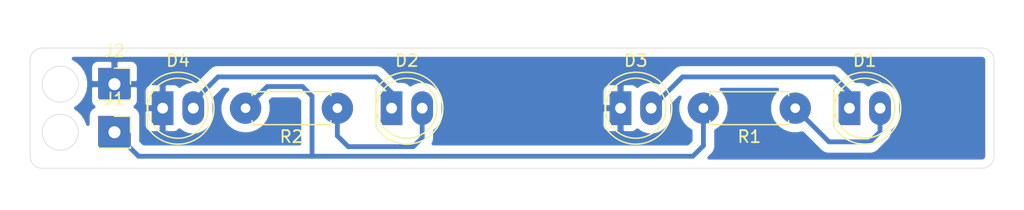
<source format=kicad_pcb>
(kicad_pcb (version 20171130) (host pcbnew 5.1.5-52549c5~84~ubuntu19.10.1)

  (general
    (thickness 1.6)
    (drawings 10)
    (tracks 27)
    (zones 0)
    (modules 8)
    (nets 7)
  )

  (page A4)
  (layers
    (0 F.Cu signal)
    (31 B.Cu signal)
    (32 B.Adhes user)
    (33 F.Adhes user)
    (34 B.Paste user)
    (35 F.Paste user)
    (36 B.SilkS user)
    (37 F.SilkS user)
    (38 B.Mask user)
    (39 F.Mask user)
    (40 Dwgs.User user)
    (41 Cmts.User user)
    (42 Eco1.User user)
    (43 Eco2.User user)
    (44 Edge.Cuts user)
    (45 Margin user)
    (46 B.CrtYd user)
    (47 F.CrtYd user)
    (48 B.Fab user)
    (49 F.Fab user)
  )

  (setup
    (last_trace_width 0.25)
    (user_trace_width 0.4)
    (trace_clearance 0.2)
    (zone_clearance 0.7)
    (zone_45_only no)
    (trace_min 0.2)
    (via_size 0.8)
    (via_drill 0.4)
    (via_min_size 0.4)
    (via_min_drill 0.3)
    (uvia_size 0.3)
    (uvia_drill 0.1)
    (uvias_allowed no)
    (uvia_min_size 0.2)
    (uvia_min_drill 0.1)
    (edge_width 0.05)
    (segment_width 0.2)
    (pcb_text_width 0.3)
    (pcb_text_size 1.5 1.5)
    (mod_edge_width 0.12)
    (mod_text_size 1 1)
    (mod_text_width 0.15)
    (pad_size 1.8 2.8)
    (pad_drill 0.9)
    (pad_to_mask_clearance 0.051)
    (solder_mask_min_width 0.25)
    (aux_axis_origin 0 0)
    (visible_elements FFFFFF7F)
    (pcbplotparams
      (layerselection 0x01000_ffffffff)
      (usegerberextensions false)
      (usegerberattributes false)
      (usegerberadvancedattributes false)
      (creategerberjobfile false)
      (excludeedgelayer true)
      (linewidth 0.100000)
      (plotframeref false)
      (viasonmask false)
      (mode 1)
      (useauxorigin false)
      (hpglpennumber 1)
      (hpglpenspeed 20)
      (hpglpendiameter 15.000000)
      (psnegative false)
      (psa4output false)
      (plotreference true)
      (plotvalue true)
      (plotinvisibletext false)
      (padsonsilk false)
      (subtractmaskfromsilk false)
      (outputformat 1)
      (mirror false)
      (drillshape 0)
      (scaleselection 1)
      (outputdirectory "./"))
  )

  (net 0 "")
  (net 1 "Net-(D1-Pad1)")
  (net 2 "Net-(D1-Pad2)")
  (net 3 "Net-(D2-Pad1)")
  (net 4 "Net-(D2-Pad2)")
  (net 5 GND)
  (net 6 +9V)

  (net_class Default "This is the default net class."
    (clearance 0.2)
    (trace_width 0.25)
    (via_dia 0.8)
    (via_drill 0.4)
    (uvia_dia 0.3)
    (uvia_drill 0.1)
    (add_net +9V)
    (add_net GND)
    (add_net "Net-(D1-Pad1)")
    (add_net "Net-(D1-Pad2)")
    (add_net "Net-(D2-Pad1)")
    (add_net "Net-(D2-Pad2)")
  )

  (module LED_THT:LED_D5.0mm_Clear (layer F.Cu) (tedit 5E383F1A) (tstamp 5E3878E9)
    (at 178 94)
    (descr "LED, diameter 5.0mm, 2 pins, http://cdn-reichelt.de/documents/datenblatt/A500/LL-504BC2E-009.pdf")
    (tags "LED diameter 5.0mm 2 pins")
    (path /5E382445)
    (fp_text reference D1 (at 1.27 -3.96) (layer F.SilkS)
      (effects (font (size 1 1) (thickness 0.15)))
    )
    (fp_text value LED (at 1.27 3.96) (layer F.Fab)
      (effects (font (size 1 1) (thickness 0.15)))
    )
    (fp_text user %R (at 1.25 0) (layer F.Fab)
      (effects (font (size 0.8 0.8) (thickness 0.2)))
    )
    (fp_line (start -1.23 -1.469694) (end -1.23 1.469694) (layer F.Fab) (width 0.1))
    (fp_line (start -1.29 -1.545) (end -1.29 1.545) (layer F.SilkS) (width 0.12))
    (fp_line (start -1.95 -3.25) (end -1.95 3.25) (layer F.CrtYd) (width 0.05))
    (fp_line (start -1.95 3.25) (end 4.5 3.25) (layer F.CrtYd) (width 0.05))
    (fp_line (start 4.5 3.25) (end 4.5 -3.25) (layer F.CrtYd) (width 0.05))
    (fp_line (start 4.5 -3.25) (end -1.95 -3.25) (layer F.CrtYd) (width 0.05))
    (fp_circle (center 1.27 0) (end 3.77 0) (layer F.Fab) (width 0.1))
    (fp_circle (center 1.27 0) (end 3.77 0) (layer F.SilkS) (width 0.12))
    (fp_arc (start 1.27 0) (end -1.23 -1.469694) (angle 299.1) (layer F.Fab) (width 0.1))
    (fp_arc (start 1.27 0) (end -1.29 -1.54483) (angle 148.9) (layer F.SilkS) (width 0.12))
    (fp_arc (start 1.27 0) (end -1.29 1.54483) (angle -148.9) (layer F.SilkS) (width 0.12))
    (pad 1 thru_hole rect (at 0 0) (size 1.8 2.8) (drill 0.9) (layers *.Cu *.Mask)
      (net 1 "Net-(D1-Pad1)"))
    (pad 2 thru_hole oval (at 2.54 0) (size 1.8 2.8) (drill 0.9) (layers *.Cu *.Mask)
      (net 2 "Net-(D1-Pad2)"))
    (model ${KISYS3DMOD}/LED_THT.3dshapes/LED_D5.0mm_Clear.wrl
      (at (xyz 0 0 0))
      (scale (xyz 1 1 1))
      (rotate (xyz 0 0 0))
    )
  )

  (module LED_THT:LED_D5.0mm_Clear (layer F.Cu) (tedit 5E383EF1) (tstamp 5E387E08)
    (at 140 94)
    (descr "LED, diameter 5.0mm, 2 pins, http://cdn-reichelt.de/documents/datenblatt/A500/LL-504BC2E-009.pdf")
    (tags "LED diameter 5.0mm 2 pins")
    (path /5E388007)
    (fp_text reference D2 (at 1.27 -3.96) (layer F.SilkS)
      (effects (font (size 1 1) (thickness 0.15)))
    )
    (fp_text value LED (at 1.27 3.96) (layer F.Fab)
      (effects (font (size 1 1) (thickness 0.15)))
    )
    (fp_text user %R (at 1.25 0) (layer F.Fab)
      (effects (font (size 0.8 0.8) (thickness 0.2)))
    )
    (fp_line (start -1.23 -1.469694) (end -1.23 1.469694) (layer F.Fab) (width 0.1))
    (fp_line (start -1.29 -1.545) (end -1.29 1.545) (layer F.SilkS) (width 0.12))
    (fp_line (start -1.95 -3.25) (end -1.95 3.25) (layer F.CrtYd) (width 0.05))
    (fp_line (start -1.95 3.25) (end 4.5 3.25) (layer F.CrtYd) (width 0.05))
    (fp_line (start 4.5 3.25) (end 4.5 -3.25) (layer F.CrtYd) (width 0.05))
    (fp_line (start 4.5 -3.25) (end -1.95 -3.25) (layer F.CrtYd) (width 0.05))
    (fp_circle (center 1.27 0) (end 3.77 0) (layer F.Fab) (width 0.1))
    (fp_circle (center 1.27 0) (end 3.77 0) (layer F.SilkS) (width 0.12))
    (fp_arc (start 1.27 0) (end -1.23 -1.469694) (angle 299.1) (layer F.Fab) (width 0.1))
    (fp_arc (start 1.27 0) (end -1.29 -1.54483) (angle 148.9) (layer F.SilkS) (width 0.12))
    (fp_arc (start 1.27 0) (end -1.29 1.54483) (angle -148.9) (layer F.SilkS) (width 0.12))
    (pad 1 thru_hole rect (at 0 0) (size 1.8 2.8) (drill 0.9) (layers *.Cu *.Mask)
      (net 3 "Net-(D2-Pad1)"))
    (pad 2 thru_hole oval (at 2.54 0) (size 1.8 2.8) (drill 0.9) (layers *.Cu *.Mask)
      (net 4 "Net-(D2-Pad2)"))
    (model ${KISYS3DMOD}/LED_THT.3dshapes/LED_D5.0mm_Clear.wrl
      (at (xyz 0 0 0))
      (scale (xyz 1 1 1))
      (rotate (xyz 0 0 0))
    )
  )

  (module LED_THT:LED_D5.0mm_Clear (layer F.Cu) (tedit 5E383EFC) (tstamp 5E38790D)
    (at 159 94)
    (descr "LED, diameter 5.0mm, 2 pins, http://cdn-reichelt.de/documents/datenblatt/A500/LL-504BC2E-009.pdf")
    (tags "LED diameter 5.0mm 2 pins")
    (path /5E38293C)
    (fp_text reference D3 (at 1.27 -3.96) (layer F.SilkS)
      (effects (font (size 1 1) (thickness 0.15)))
    )
    (fp_text value LED (at 1.27 3.96) (layer F.Fab)
      (effects (font (size 1 1) (thickness 0.15)))
    )
    (fp_arc (start 1.27 0) (end -1.29 1.54483) (angle -148.9) (layer F.SilkS) (width 0.12))
    (fp_arc (start 1.27 0) (end -1.29 -1.54483) (angle 148.9) (layer F.SilkS) (width 0.12))
    (fp_arc (start 1.27 0) (end -1.23 -1.469694) (angle 299.1) (layer F.Fab) (width 0.1))
    (fp_circle (center 1.27 0) (end 3.77 0) (layer F.SilkS) (width 0.12))
    (fp_circle (center 1.27 0) (end 3.77 0) (layer F.Fab) (width 0.1))
    (fp_line (start 4.5 -3.25) (end -1.95 -3.25) (layer F.CrtYd) (width 0.05))
    (fp_line (start 4.5 3.25) (end 4.5 -3.25) (layer F.CrtYd) (width 0.05))
    (fp_line (start -1.95 3.25) (end 4.5 3.25) (layer F.CrtYd) (width 0.05))
    (fp_line (start -1.95 -3.25) (end -1.95 3.25) (layer F.CrtYd) (width 0.05))
    (fp_line (start -1.29 -1.545) (end -1.29 1.545) (layer F.SilkS) (width 0.12))
    (fp_line (start -1.23 -1.469694) (end -1.23 1.469694) (layer F.Fab) (width 0.1))
    (fp_text user %R (at 1.25 0) (layer F.Fab)
      (effects (font (size 0.8 0.8) (thickness 0.2)))
    )
    (pad 2 thru_hole oval (at 2.54 0) (size 1.8 2.8) (drill 0.9) (layers *.Cu *.Mask)
      (net 1 "Net-(D1-Pad1)"))
    (pad 1 thru_hole rect (at 0 0) (size 1.8 2.8) (drill 0.9) (layers *.Cu *.Mask)
      (net 5 GND))
    (model ${KISYS3DMOD}/LED_THT.3dshapes/LED_D5.0mm_Clear.wrl
      (at (xyz 0 0 0))
      (scale (xyz 1 1 1))
      (rotate (xyz 0 0 0))
    )
  )

  (module LED_THT:LED_D5.0mm_Clear (layer F.Cu) (tedit 5E383ED0) (tstamp 5E38791F)
    (at 121 94)
    (descr "LED, diameter 5.0mm, 2 pins, http://cdn-reichelt.de/documents/datenblatt/A500/LL-504BC2E-009.pdf")
    (tags "LED diameter 5.0mm 2 pins")
    (path /5E388011)
    (fp_text reference D4 (at 1.27 -3.96) (layer F.SilkS)
      (effects (font (size 1 1) (thickness 0.15)))
    )
    (fp_text value LED (at 1.27 3.96) (layer F.Fab)
      (effects (font (size 1 1) (thickness 0.15)))
    )
    (fp_arc (start 1.27 0) (end -1.29 1.54483) (angle -148.9) (layer F.SilkS) (width 0.12))
    (fp_arc (start 1.27 0) (end -1.29 -1.54483) (angle 148.9) (layer F.SilkS) (width 0.12))
    (fp_arc (start 1.27 0) (end -1.23 -1.469694) (angle 299.1) (layer F.Fab) (width 0.1))
    (fp_circle (center 1.27 0) (end 3.77 0) (layer F.SilkS) (width 0.12))
    (fp_circle (center 1.27 0) (end 3.77 0) (layer F.Fab) (width 0.1))
    (fp_line (start 4.5 -3.25) (end -1.95 -3.25) (layer F.CrtYd) (width 0.05))
    (fp_line (start 4.5 3.25) (end 4.5 -3.25) (layer F.CrtYd) (width 0.05))
    (fp_line (start -1.95 3.25) (end 4.5 3.25) (layer F.CrtYd) (width 0.05))
    (fp_line (start -1.95 -3.25) (end -1.95 3.25) (layer F.CrtYd) (width 0.05))
    (fp_line (start -1.29 -1.545) (end -1.29 1.545) (layer F.SilkS) (width 0.12))
    (fp_line (start -1.23 -1.469694) (end -1.23 1.469694) (layer F.Fab) (width 0.1))
    (fp_text user %R (at 1.25 0) (layer F.Fab)
      (effects (font (size 0.8 0.8) (thickness 0.2)))
    )
    (pad 2 thru_hole oval (at 2.54 0) (size 1.8 2.8) (drill 0.9) (layers *.Cu *.Mask)
      (net 3 "Net-(D2-Pad1)"))
    (pad 1 thru_hole rect (at 0 0) (size 1.8 2.8) (drill 0.9) (layers *.Cu *.Mask)
      (net 5 GND))
    (model ${KISYS3DMOD}/LED_THT.3dshapes/LED_D5.0mm_Clear.wrl
      (at (xyz 0 0 0))
      (scale (xyz 1 1 1))
      (rotate (xyz 0 0 0))
    )
  )

  (module Connector_PinSocket_2.54mm:PinSocket_1x01_P2.54mm_Vertical (layer F.Cu) (tedit 5E383EAC) (tstamp 5E387BDC)
    (at 117 96)
    (descr "Through hole straight socket strip, 1x01, 2.54mm pitch, single row (from Kicad 4.0.7), script generated")
    (tags "Through hole socket strip THT 1x01 2.54mm single row")
    (path /5E38CE9E)
    (fp_text reference J1 (at 0 -2.77) (layer F.SilkS)
      (effects (font (size 1 1) (thickness 0.15)))
    )
    (fp_text value Conn_01x01_Male (at 0 2.77) (layer F.Fab)
      (effects (font (size 1 1) (thickness 0.15)))
    )
    (fp_line (start -1.27 -1.27) (end 0.635 -1.27) (layer F.Fab) (width 0.1))
    (fp_line (start 0.635 -1.27) (end 1.27 -0.635) (layer F.Fab) (width 0.1))
    (fp_line (start 1.27 -0.635) (end 1.27 1.27) (layer F.Fab) (width 0.1))
    (fp_line (start 1.27 1.27) (end -1.27 1.27) (layer F.Fab) (width 0.1))
    (fp_line (start -1.27 1.27) (end -1.27 -1.27) (layer F.Fab) (width 0.1))
    (fp_line (start -1.33 1.33) (end 1.33 1.33) (layer F.SilkS) (width 0.12))
    (fp_line (start -1.33 1.21) (end -1.33 1.33) (layer F.SilkS) (width 0.12))
    (fp_line (start 1.33 1.21) (end 1.33 1.33) (layer F.SilkS) (width 0.12))
    (fp_line (start 1.33 -1.33) (end 1.33 0) (layer F.SilkS) (width 0.12))
    (fp_line (start 0 -1.33) (end 1.33 -1.33) (layer F.SilkS) (width 0.12))
    (fp_line (start -1.8 -1.8) (end 1.75 -1.8) (layer F.CrtYd) (width 0.05))
    (fp_line (start 1.75 -1.8) (end 1.75 1.75) (layer F.CrtYd) (width 0.05))
    (fp_line (start 1.75 1.75) (end -1.8 1.75) (layer F.CrtYd) (width 0.05))
    (fp_line (start -1.8 1.75) (end -1.8 -1.8) (layer F.CrtYd) (width 0.05))
    (fp_text user %R (at 0 0) (layer F.Fab)
      (effects (font (size 1 1) (thickness 0.15)))
    )
    (pad 1 thru_hole rect (at 0 0) (size 2.7 2.7) (drill 1) (layers *.Cu *.Mask)
      (net 6 +9V))
    (model ${KISYS3DMOD}/Connector_PinSocket_2.54mm.3dshapes/PinSocket_1x01_P2.54mm_Vertical.wrl
      (at (xyz 0 0 0))
      (scale (xyz 1 1 1))
      (rotate (xyz 0 0 0))
    )
  )

  (module Connector_PinSocket_2.54mm:PinSocket_1x01_P2.54mm_Vertical (layer F.Cu) (tedit 5E383EA1) (tstamp 5E387CE7)
    (at 117 92)
    (descr "Through hole straight socket strip, 1x01, 2.54mm pitch, single row (from Kicad 4.0.7), script generated")
    (tags "Through hole socket strip THT 1x01 2.54mm single row")
    (path /5E38E03D)
    (fp_text reference J2 (at 0 -2.77) (layer F.SilkS)
      (effects (font (size 1 1) (thickness 0.15)))
    )
    (fp_text value Conn_01x01_Male (at 0 2.77) (layer F.Fab)
      (effects (font (size 1 1) (thickness 0.15)))
    )
    (fp_text user %R (at 0 0 90) (layer F.Fab)
      (effects (font (size 1 1) (thickness 0.15)))
    )
    (fp_line (start -1.8 1.75) (end -1.8 -1.8) (layer F.CrtYd) (width 0.05))
    (fp_line (start 1.75 1.75) (end -1.8 1.75) (layer F.CrtYd) (width 0.05))
    (fp_line (start 1.75 -1.8) (end 1.75 1.75) (layer F.CrtYd) (width 0.05))
    (fp_line (start -1.8 -1.8) (end 1.75 -1.8) (layer F.CrtYd) (width 0.05))
    (fp_line (start 0 -1.33) (end 1.33 -1.33) (layer F.SilkS) (width 0.12))
    (fp_line (start 1.33 -1.33) (end 1.33 0) (layer F.SilkS) (width 0.12))
    (fp_line (start 1.33 1.21) (end 1.33 1.33) (layer F.SilkS) (width 0.12))
    (fp_line (start -1.33 1.21) (end -1.33 1.33) (layer F.SilkS) (width 0.12))
    (fp_line (start -1.33 1.33) (end 1.33 1.33) (layer F.SilkS) (width 0.12))
    (fp_line (start -1.27 1.27) (end -1.27 -1.27) (layer F.Fab) (width 0.1))
    (fp_line (start 1.27 1.27) (end -1.27 1.27) (layer F.Fab) (width 0.1))
    (fp_line (start 1.27 -0.635) (end 1.27 1.27) (layer F.Fab) (width 0.1))
    (fp_line (start 0.635 -1.27) (end 1.27 -0.635) (layer F.Fab) (width 0.1))
    (fp_line (start -1.27 -1.27) (end 0.635 -1.27) (layer F.Fab) (width 0.1))
    (pad 1 thru_hole rect (at 0 0) (size 2.7 2.7) (drill 1) (layers *.Cu *.Mask)
      (net 5 GND))
    (model ${KISYS3DMOD}/Connector_PinSocket_2.54mm.3dshapes/PinSocket_1x01_P2.54mm_Vertical.wrl
      (at (xyz 0 0 0))
      (scale (xyz 1 1 1))
      (rotate (xyz 0 0 0))
    )
  )

  (module Resistor_THT:R_Axial_DIN0207_L6.3mm_D2.5mm_P7.62mm_Horizontal (layer F.Cu) (tedit 5E383F0C) (tstamp 5E38795E)
    (at 173.5 94 180)
    (descr "Resistor, Axial_DIN0207 series, Axial, Horizontal, pin pitch=7.62mm, 0.25W = 1/4W, length*diameter=6.3*2.5mm^2, http://cdn-reichelt.de/documents/datenblatt/B400/1_4W%23YAG.pdf")
    (tags "Resistor Axial_DIN0207 series Axial Horizontal pin pitch 7.62mm 0.25W = 1/4W length 6.3mm diameter 2.5mm")
    (path /5E382291)
    (fp_text reference R1 (at 3.81 -2.37) (layer F.SilkS)
      (effects (font (size 1 1) (thickness 0.15)))
    )
    (fp_text value 1k (at 3.81 2.37) (layer F.Fab)
      (effects (font (size 1 1) (thickness 0.15)))
    )
    (fp_line (start 0.66 -1.25) (end 0.66 1.25) (layer F.Fab) (width 0.1))
    (fp_line (start 0.66 1.25) (end 6.96 1.25) (layer F.Fab) (width 0.1))
    (fp_line (start 6.96 1.25) (end 6.96 -1.25) (layer F.Fab) (width 0.1))
    (fp_line (start 6.96 -1.25) (end 0.66 -1.25) (layer F.Fab) (width 0.1))
    (fp_line (start 0 0) (end 0.66 0) (layer F.Fab) (width 0.1))
    (fp_line (start 7.62 0) (end 6.96 0) (layer F.Fab) (width 0.1))
    (fp_line (start 0.54 -1.04) (end 0.54 -1.37) (layer F.SilkS) (width 0.12))
    (fp_line (start 0.54 -1.37) (end 7.08 -1.37) (layer F.SilkS) (width 0.12))
    (fp_line (start 7.08 -1.37) (end 7.08 -1.04) (layer F.SilkS) (width 0.12))
    (fp_line (start 0.54 1.04) (end 0.54 1.37) (layer F.SilkS) (width 0.12))
    (fp_line (start 0.54 1.37) (end 7.08 1.37) (layer F.SilkS) (width 0.12))
    (fp_line (start 7.08 1.37) (end 7.08 1.04) (layer F.SilkS) (width 0.12))
    (fp_line (start -1.05 -1.5) (end -1.05 1.5) (layer F.CrtYd) (width 0.05))
    (fp_line (start -1.05 1.5) (end 8.67 1.5) (layer F.CrtYd) (width 0.05))
    (fp_line (start 8.67 1.5) (end 8.67 -1.5) (layer F.CrtYd) (width 0.05))
    (fp_line (start 8.67 -1.5) (end -1.05 -1.5) (layer F.CrtYd) (width 0.05))
    (fp_text user %R (at 3.81 0) (layer F.Fab)
      (effects (font (size 1 1) (thickness 0.15)))
    )
    (pad 1 thru_hole circle (at 0 0 180) (size 2.6 2.6) (drill 0.8) (layers *.Cu *.Mask)
      (net 2 "Net-(D1-Pad2)"))
    (pad 2 thru_hole circle (at 7.62 0 180) (size 2.6 2.6) (drill 0.8) (layers *.Cu *.Mask)
      (net 6 +9V))
    (model ${KISYS3DMOD}/Resistor_THT.3dshapes/R_Axial_DIN0207_L6.3mm_D2.5mm_P7.62mm_Horizontal.wrl
      (at (xyz 0 0 0))
      (scale (xyz 1 1 1))
      (rotate (xyz 0 0 0))
    )
  )

  (module Resistor_THT:R_Axial_DIN0207_L6.3mm_D2.5mm_P7.62mm_Horizontal (layer F.Cu) (tedit 5E383EDF) (tstamp 5E387975)
    (at 135.5 94 180)
    (descr "Resistor, Axial_DIN0207 series, Axial, Horizontal, pin pitch=7.62mm, 0.25W = 1/4W, length*diameter=6.3*2.5mm^2, http://cdn-reichelt.de/documents/datenblatt/B400/1_4W%23YAG.pdf")
    (tags "Resistor Axial_DIN0207 series Axial Horizontal pin pitch 7.62mm 0.25W = 1/4W length 6.3mm diameter 2.5mm")
    (path /5E387FFD)
    (fp_text reference R2 (at 3.81 -2.37) (layer F.SilkS)
      (effects (font (size 1 1) (thickness 0.15)))
    )
    (fp_text value 1k (at 3.81 2.37) (layer F.Fab)
      (effects (font (size 1 1) (thickness 0.15)))
    )
    (fp_text user %R (at 3.81 0) (layer F.Fab)
      (effects (font (size 1 1) (thickness 0.15)))
    )
    (fp_line (start 8.67 -1.5) (end -1.05 -1.5) (layer F.CrtYd) (width 0.05))
    (fp_line (start 8.67 1.5) (end 8.67 -1.5) (layer F.CrtYd) (width 0.05))
    (fp_line (start -1.05 1.5) (end 8.67 1.5) (layer F.CrtYd) (width 0.05))
    (fp_line (start -1.05 -1.5) (end -1.05 1.5) (layer F.CrtYd) (width 0.05))
    (fp_line (start 7.08 1.37) (end 7.08 1.04) (layer F.SilkS) (width 0.12))
    (fp_line (start 0.54 1.37) (end 7.08 1.37) (layer F.SilkS) (width 0.12))
    (fp_line (start 0.54 1.04) (end 0.54 1.37) (layer F.SilkS) (width 0.12))
    (fp_line (start 7.08 -1.37) (end 7.08 -1.04) (layer F.SilkS) (width 0.12))
    (fp_line (start 0.54 -1.37) (end 7.08 -1.37) (layer F.SilkS) (width 0.12))
    (fp_line (start 0.54 -1.04) (end 0.54 -1.37) (layer F.SilkS) (width 0.12))
    (fp_line (start 7.62 0) (end 6.96 0) (layer F.Fab) (width 0.1))
    (fp_line (start 0 0) (end 0.66 0) (layer F.Fab) (width 0.1))
    (fp_line (start 6.96 -1.25) (end 0.66 -1.25) (layer F.Fab) (width 0.1))
    (fp_line (start 6.96 1.25) (end 6.96 -1.25) (layer F.Fab) (width 0.1))
    (fp_line (start 0.66 1.25) (end 6.96 1.25) (layer F.Fab) (width 0.1))
    (fp_line (start 0.66 -1.25) (end 0.66 1.25) (layer F.Fab) (width 0.1))
    (pad 2 thru_hole circle (at 7.62 0 180) (size 2.6 2.6) (drill 0.8) (layers *.Cu *.Mask)
      (net 6 +9V))
    (pad 1 thru_hole circle (at 0 0 180) (size 2.6 2.6) (drill 0.8) (layers *.Cu *.Mask)
      (net 4 "Net-(D2-Pad2)"))
    (model ${KISYS3DMOD}/Resistor_THT.3dshapes/R_Axial_DIN0207_L6.3mm_D2.5mm_P7.62mm_Horizontal.wrl
      (at (xyz 0 0 0))
      (scale (xyz 1 1 1))
      (rotate (xyz 0 0 0))
    )
  )

  (gr_circle (center 112.5 96) (end 112.5 94.5) (layer Edge.Cuts) (width 0.05))
  (gr_circle (center 112.5 92) (end 112.5 90.5) (layer Edge.Cuts) (width 0.05))
  (gr_line (start 110 90) (end 110 98) (layer Edge.Cuts) (width 0.05) (tstamp 5E387B61))
  (gr_line (start 189 89) (end 111 89) (layer Edge.Cuts) (width 0.05) (tstamp 5E387B60))
  (gr_line (start 190 98) (end 190 90) (layer Edge.Cuts) (width 0.05) (tstamp 5E387B5F))
  (gr_line (start 111 99) (end 189 99) (layer Edge.Cuts) (width 0.05) (tstamp 5E387B5E))
  (gr_arc (start 189 90) (end 190 90) (angle -90) (layer Edge.Cuts) (width 0.05))
  (gr_arc (start 189 98) (end 189 99) (angle -90) (layer Edge.Cuts) (width 0.05))
  (gr_arc (start 111 98) (end 110 98) (angle -90) (layer Edge.Cuts) (width 0.05))
  (gr_arc (start 111 90) (end 111 89) (angle -90) (layer Edge.Cuts) (width 0.05))

  (segment (start 178 92.7) (end 178 94) (width 0.4) (layer B.Cu) (net 1))
  (segment (start 176.7 91.4) (end 178 92.7) (width 0.4) (layer B.Cu) (net 1))
  (segment (start 161.54 94) (end 164.14 91.4) (width 0.4) (layer B.Cu) (net 1))
  (segment (start 164.14 91.4) (end 176.7 91.4) (width 0.4) (layer B.Cu) (net 1))
  (segment (start 176.3 96.8) (end 173.5 94) (width 0.4) (layer B.Cu) (net 2))
  (segment (start 179.7 96.8) (end 176.3 96.8) (width 0.4) (layer B.Cu) (net 2))
  (segment (start 180.54 94) (end 180.54 95.96) (width 0.4) (layer B.Cu) (net 2))
  (segment (start 180.54 95.96) (end 179.7 96.8) (width 0.4) (layer B.Cu) (net 2))
  (segment (start 140 92.7) (end 140 94) (width 0.4) (layer B.Cu) (net 3))
  (segment (start 123.54 94) (end 123.54 93.46) (width 0.4) (layer B.Cu) (net 3))
  (segment (start 138.7 91.4) (end 140 92.7) (width 0.4) (layer B.Cu) (net 3))
  (segment (start 125.6 91.4) (end 138.7 91.4) (width 0.4) (layer B.Cu) (net 3))
  (segment (start 123.54 93.46) (end 125.6 91.4) (width 0.4) (layer B.Cu) (net 3))
  (segment (start 142.54 96.46) (end 142.54 94) (width 0.4) (layer B.Cu) (net 4))
  (segment (start 141.8 97.2) (end 142.54 96.46) (width 0.4) (layer B.Cu) (net 4))
  (segment (start 136.4 97.2) (end 141.8 97.2) (width 0.4) (layer B.Cu) (net 4))
  (segment (start 135.5 94) (end 135.5 96.3) (width 0.4) (layer B.Cu) (net 4))
  (segment (start 135.5 96.3) (end 136.4 97.2) (width 0.4) (layer B.Cu) (net 4))
  (segment (start 117 96) (end 119 98) (width 0.4) (layer B.Cu) (net 6))
  (segment (start 165.88 97.12) (end 165.88 94) (width 0.4) (layer B.Cu) (net 6))
  (segment (start 119 98) (end 165 98) (width 0.4) (layer B.Cu) (net 6))
  (segment (start 165 98) (end 165.88 97.12) (width 0.4) (layer B.Cu) (net 6))
  (segment (start 133.4 98) (end 133.2 98) (width 0.4) (layer B.Cu) (net 6))
  (segment (start 127.88 94) (end 129.68 92.2) (width 0.4) (layer B.Cu) (net 6))
  (segment (start 133.4 93) (end 133.4 98) (width 0.4) (layer B.Cu) (net 6))
  (segment (start 132.6 92.2) (end 133.4 93) (width 0.4) (layer B.Cu) (net 6))
  (segment (start 129.68 92.2) (end 132.6 92.2) (width 0.4) (layer B.Cu) (net 6))

  (zone (net 5) (net_name GND) (layer B.Cu) (tstamp 5E3BED37) (hatch edge 0.508)
    (connect_pads (clearance 0.7))
    (min_thickness 0.3)
    (fill yes (arc_segments 32) (thermal_gap 0.508) (thermal_bridge_width 0.508))
    (polygon
      (pts
        (xy 192.5 102.5) (xy 107.5 102.5) (xy 107.5 85) (xy 192.5 85)
      )
    )
    (filled_polygon
      (pts
        (xy 189.023463 89.881497) (xy 189.046035 89.888312) (xy 189.066854 89.899381) (xy 189.085123 89.914282) (xy 189.100151 89.932447)
        (xy 189.111363 89.953183) (xy 189.118337 89.975713) (xy 189.125001 90.039111) (xy 189.125 97.957204) (xy 189.118503 98.023462)
        (xy 189.111688 98.046037) (xy 189.100619 98.066853) (xy 189.08572 98.085122) (xy 189.067552 98.100152) (xy 189.046817 98.111363)
        (xy 189.024287 98.118337) (xy 188.960898 98.125) (xy 166.359924 98.125) (xy 166.585991 97.898933) (xy 166.626054 97.866054)
        (xy 166.691613 97.786171) (xy 166.757267 97.706171) (xy 166.854767 97.523762) (xy 166.86355 97.494807) (xy 166.914807 97.325836)
        (xy 166.93 97.171578) (xy 166.93 97.171568) (xy 166.935079 97.12) (xy 166.93 97.068432) (xy 166.93 95.884195)
        (xy 167.250545 95.670014) (xy 167.550014 95.370545) (xy 167.785305 95.018407) (xy 167.947377 94.627132) (xy 168.03 94.211757)
        (xy 168.03 93.788243) (xy 167.947377 93.372868) (xy 167.785305 92.981593) (xy 167.550014 92.629455) (xy 167.370559 92.45)
        (xy 172.009441 92.45) (xy 171.829986 92.629455) (xy 171.594695 92.981593) (xy 171.432623 93.372868) (xy 171.35 93.788243)
        (xy 171.35 94.211757) (xy 171.432623 94.627132) (xy 171.594695 95.018407) (xy 171.829986 95.370545) (xy 172.129455 95.670014)
        (xy 172.481593 95.905305) (xy 172.872868 96.067377) (xy 173.288243 96.15) (xy 173.711757 96.15) (xy 174.089866 96.07479)
        (xy 175.521067 97.505991) (xy 175.553946 97.546054) (xy 175.594009 97.578933) (xy 175.608484 97.590812) (xy 175.713829 97.677267)
        (xy 175.896238 97.774767) (xy 176.094164 97.834807) (xy 176.248422 97.85) (xy 176.248432 97.85) (xy 176.3 97.855079)
        (xy 176.351568 97.85) (xy 179.648432 97.85) (xy 179.7 97.855079) (xy 179.751568 97.85) (xy 179.751578 97.85)
        (xy 179.905836 97.834807) (xy 180.103762 97.774767) (xy 180.286171 97.677267) (xy 180.446054 97.546054) (xy 180.478937 97.505986)
        (xy 181.245991 96.738933) (xy 181.286054 96.706054) (xy 181.417267 96.546171) (xy 181.514767 96.363762) (xy 181.574807 96.165836)
        (xy 181.59 96.011578) (xy 181.59 96.011569) (xy 181.595079 95.960001) (xy 181.59 95.908433) (xy 181.59 95.902163)
        (xy 181.783424 95.743424) (xy 182.002112 95.476952) (xy 182.164612 95.172936) (xy 182.264679 94.84306) (xy 182.29 94.585968)
        (xy 182.29 93.414032) (xy 182.264679 93.15694) (xy 182.164612 92.827064) (xy 182.002112 92.523048) (xy 181.783424 92.256576)
        (xy 181.516951 92.037888) (xy 181.212935 91.875388) (xy 180.883059 91.775321) (xy 180.54 91.741533) (xy 180.19694 91.775321)
        (xy 179.867064 91.875388) (xy 179.563048 92.037888) (xy 179.548249 92.050033) (xy 179.503948 91.996052) (xy 179.374519 91.889832)
        (xy 179.226855 91.810903) (xy 179.066629 91.7623) (xy 178.9 91.745888) (xy 178.530812 91.745888) (xy 177.478937 90.694014)
        (xy 177.446054 90.653946) (xy 177.286171 90.522733) (xy 177.103762 90.425233) (xy 176.905836 90.365193) (xy 176.751578 90.35)
        (xy 176.751568 90.35) (xy 176.7 90.344921) (xy 176.648432 90.35) (xy 164.191567 90.35) (xy 164.139999 90.344921)
        (xy 164.088431 90.35) (xy 164.088422 90.35) (xy 163.934164 90.365193) (xy 163.736238 90.425233) (xy 163.553829 90.522733)
        (xy 163.553827 90.522734) (xy 163.553828 90.522734) (xy 163.434008 90.621067) (xy 163.434003 90.621072) (xy 163.393946 90.653946)
        (xy 163.361072 90.694003) (xy 162.187426 91.86765) (xy 161.883059 91.775321) (xy 161.54 91.741533) (xy 161.19694 91.775321)
        (xy 160.867064 91.875388) (xy 160.563048 92.037888) (xy 160.399832 92.171836) (xy 160.367528 92.132472) (xy 160.267334 92.050246)
        (xy 160.153024 91.989146) (xy 160.028991 91.95152) (xy 159.9 91.938816) (xy 159.2685 91.942) (xy 159.104 92.1065)
        (xy 159.104 93.896) (xy 159.124 93.896) (xy 159.124 94.104) (xy 159.104 94.104) (xy 159.104 95.8935)
        (xy 159.2685 96.058) (xy 159.9 96.061184) (xy 160.028991 96.04848) (xy 160.153024 96.010854) (xy 160.267334 95.949754)
        (xy 160.367528 95.867528) (xy 160.399833 95.828164) (xy 160.563049 95.962112) (xy 160.867065 96.124612) (xy 161.196941 96.224679)
        (xy 161.54 96.258467) (xy 161.88306 96.224679) (xy 162.212936 96.124612) (xy 162.516952 95.962112) (xy 162.783424 95.743424)
        (xy 163.002112 95.476952) (xy 163.164612 95.172936) (xy 163.264679 94.84306) (xy 163.29 94.585968) (xy 163.29 93.734924)
        (xy 163.926162 93.098763) (xy 163.812623 93.372868) (xy 163.73 93.788243) (xy 163.73 94.211757) (xy 163.812623 94.627132)
        (xy 163.974695 95.018407) (xy 164.209986 95.370545) (xy 164.509455 95.670014) (xy 164.83 95.884196) (xy 164.83 96.685076)
        (xy 164.565077 96.95) (xy 143.468672 96.95) (xy 143.514767 96.863762) (xy 143.534109 96.8) (xy 143.574807 96.665836)
        (xy 143.59 96.511578) (xy 143.59 96.511569) (xy 143.595079 96.460001) (xy 143.59 96.408433) (xy 143.59 95.902163)
        (xy 143.783424 95.743424) (xy 144.002112 95.476952) (xy 144.043243 95.4) (xy 157.438816 95.4) (xy 157.45152 95.528991)
        (xy 157.489146 95.653024) (xy 157.550246 95.767334) (xy 157.632472 95.867528) (xy 157.732666 95.949754) (xy 157.846976 96.010854)
        (xy 157.971009 96.04848) (xy 158.1 96.061184) (xy 158.7315 96.058) (xy 158.896 95.8935) (xy 158.896 94.104)
        (xy 157.6065 94.104) (xy 157.442 94.2685) (xy 157.438816 95.4) (xy 144.043243 95.4) (xy 144.164612 95.172936)
        (xy 144.264679 94.84306) (xy 144.29 94.585968) (xy 144.29 93.414032) (xy 144.264679 93.15694) (xy 144.164612 92.827064)
        (xy 144.043244 92.6) (xy 157.438816 92.6) (xy 157.442 93.7315) (xy 157.6065 93.896) (xy 158.896 93.896)
        (xy 158.896 92.1065) (xy 158.7315 91.942) (xy 158.1 91.938816) (xy 157.971009 91.95152) (xy 157.846976 91.989146)
        (xy 157.732666 92.050246) (xy 157.632472 92.132472) (xy 157.550246 92.232666) (xy 157.489146 92.346976) (xy 157.45152 92.471009)
        (xy 157.438816 92.6) (xy 144.043244 92.6) (xy 144.002112 92.523048) (xy 143.783424 92.256576) (xy 143.516951 92.037888)
        (xy 143.212935 91.875388) (xy 142.883059 91.775321) (xy 142.54 91.741533) (xy 142.19694 91.775321) (xy 141.867064 91.875388)
        (xy 141.563048 92.037888) (xy 141.548249 92.050033) (xy 141.503948 91.996052) (xy 141.374519 91.889832) (xy 141.226855 91.810903)
        (xy 141.066629 91.7623) (xy 140.9 91.745888) (xy 140.530812 91.745888) (xy 139.478937 90.694014) (xy 139.446054 90.653946)
        (xy 139.286171 90.522733) (xy 139.103762 90.425233) (xy 138.905836 90.365193) (xy 138.751578 90.35) (xy 138.751568 90.35)
        (xy 138.7 90.344921) (xy 138.648432 90.35) (xy 125.651568 90.35) (xy 125.6 90.344921) (xy 125.548432 90.35)
        (xy 125.548422 90.35) (xy 125.394164 90.365193) (xy 125.196238 90.425233) (xy 125.013829 90.522733) (xy 124.853946 90.653946)
        (xy 124.821067 90.694009) (xy 123.752604 91.762472) (xy 123.54 91.741533) (xy 123.19694 91.775321) (xy 122.867064 91.875388)
        (xy 122.563048 92.037888) (xy 122.399832 92.171836) (xy 122.367528 92.132472) (xy 122.267334 92.050246) (xy 122.153024 91.989146)
        (xy 122.028991 91.95152) (xy 121.9 91.938816) (xy 121.2685 91.942) (xy 121.104 92.1065) (xy 121.104 93.896)
        (xy 121.124 93.896) (xy 121.124 94.104) (xy 121.104 94.104) (xy 121.104 95.8935) (xy 121.2685 96.058)
        (xy 121.9 96.061184) (xy 122.028991 96.04848) (xy 122.153024 96.010854) (xy 122.267334 95.949754) (xy 122.367528 95.867528)
        (xy 122.399833 95.828164) (xy 122.563049 95.962112) (xy 122.867065 96.124612) (xy 123.196941 96.224679) (xy 123.54 96.258467)
        (xy 123.88306 96.224679) (xy 124.212936 96.124612) (xy 124.516952 95.962112) (xy 124.783424 95.743424) (xy 125.002112 95.476952)
        (xy 125.164612 95.172936) (xy 125.264679 94.84306) (xy 125.29 94.585968) (xy 125.29 93.414032) (xy 125.270355 93.214569)
        (xy 126.034924 92.45) (xy 126.389441 92.45) (xy 126.209986 92.629455) (xy 125.974695 92.981593) (xy 125.812623 93.372868)
        (xy 125.73 93.788243) (xy 125.73 94.211757) (xy 125.812623 94.627132) (xy 125.974695 95.018407) (xy 126.209986 95.370545)
        (xy 126.509455 95.670014) (xy 126.861593 95.905305) (xy 127.252868 96.067377) (xy 127.668243 96.15) (xy 128.091757 96.15)
        (xy 128.507132 96.067377) (xy 128.898407 95.905305) (xy 129.250545 95.670014) (xy 129.550014 95.370545) (xy 129.785305 95.018407)
        (xy 129.947377 94.627132) (xy 130.03 94.211757) (xy 130.03 93.788243) (xy 129.95479 93.410134) (xy 130.114924 93.25)
        (xy 132.165077 93.25) (xy 132.35 93.434924) (xy 132.350001 96.95) (xy 119.434925 96.95) (xy 119.204112 96.719188)
        (xy 119.204112 95.4) (xy 119.438816 95.4) (xy 119.45152 95.528991) (xy 119.489146 95.653024) (xy 119.550246 95.767334)
        (xy 119.632472 95.867528) (xy 119.732666 95.949754) (xy 119.846976 96.010854) (xy 119.971009 96.04848) (xy 120.1 96.061184)
        (xy 120.7315 96.058) (xy 120.896 95.8935) (xy 120.896 94.104) (xy 119.6065 94.104) (xy 119.442 94.2685)
        (xy 119.438816 95.4) (xy 119.204112 95.4) (xy 119.204112 94.65) (xy 119.1877 94.483371) (xy 119.139097 94.323145)
        (xy 119.060168 94.175481) (xy 118.953948 94.046052) (xy 118.824519 93.939832) (xy 118.730037 93.889329) (xy 118.817528 93.817528)
        (xy 118.899754 93.717334) (xy 118.960854 93.603024) (xy 118.99848 93.478991) (xy 119.011184 93.35) (xy 119.008976 92.6)
        (xy 119.438816 92.6) (xy 119.442 93.7315) (xy 119.6065 93.896) (xy 120.896 93.896) (xy 120.896 92.1065)
        (xy 120.7315 91.942) (xy 120.1 91.938816) (xy 119.971009 91.95152) (xy 119.846976 91.989146) (xy 119.732666 92.050246)
        (xy 119.632472 92.132472) (xy 119.550246 92.232666) (xy 119.489146 92.346976) (xy 119.45152 92.471009) (xy 119.438816 92.6)
        (xy 119.008976 92.6) (xy 119.008 92.2685) (xy 118.8435 92.104) (xy 117.104 92.104) (xy 117.104 92.124)
        (xy 116.896 92.124) (xy 116.896 92.104) (xy 115.1565 92.104) (xy 114.992 92.2685) (xy 114.988816 93.35)
        (xy 115.00152 93.478991) (xy 115.039146 93.603024) (xy 115.100246 93.717334) (xy 115.182472 93.817528) (xy 115.269963 93.889329)
        (xy 115.175481 93.939832) (xy 115.046052 94.046052) (xy 114.939832 94.175481) (xy 114.860903 94.323145) (xy 114.8123 94.483371)
        (xy 114.795888 94.65) (xy 114.795888 95.324958) (xy 114.791872 95.304768) (xy 114.612201 94.871005) (xy 114.35136 94.480628)
        (xy 114.019372 94.14864) (xy 113.796916 94) (xy 114.019372 93.85136) (xy 114.35136 93.519372) (xy 114.612201 93.128995)
        (xy 114.791872 92.695232) (xy 114.883467 92.234751) (xy 114.883467 91.765249) (xy 114.791872 91.304768) (xy 114.612201 90.871005)
        (xy 114.464531 90.65) (xy 114.988816 90.65) (xy 114.992 91.7315) (xy 115.1565 91.896) (xy 116.896 91.896)
        (xy 116.896 90.1565) (xy 117.104 90.1565) (xy 117.104 91.896) (xy 118.8435 91.896) (xy 119.008 91.7315)
        (xy 119.011184 90.65) (xy 118.99848 90.521009) (xy 118.960854 90.396976) (xy 118.899754 90.282666) (xy 118.817528 90.182472)
        (xy 118.717334 90.100246) (xy 118.603024 90.039146) (xy 118.478991 90.00152) (xy 118.35 89.988816) (xy 117.2685 89.992)
        (xy 117.104 90.1565) (xy 116.896 90.1565) (xy 116.7315 89.992) (xy 115.65 89.988816) (xy 115.521009 90.00152)
        (xy 115.396976 90.039146) (xy 115.282666 90.100246) (xy 115.182472 90.182472) (xy 115.100246 90.282666) (xy 115.039146 90.396976)
        (xy 115.00152 90.521009) (xy 114.988816 90.65) (xy 114.464531 90.65) (xy 114.35136 90.480628) (xy 114.019372 90.14864)
        (xy 113.628995 89.887799) (xy 113.598096 89.875) (xy 188.957204 89.875)
      )
    )
  )
)

</source>
